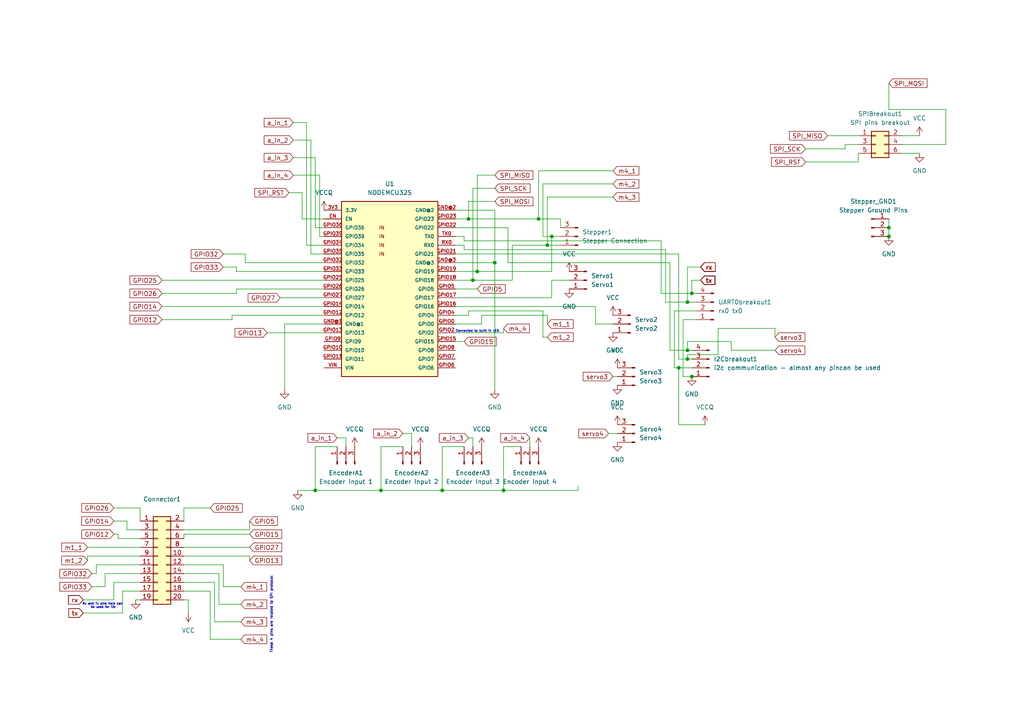
<source format=kicad_sch>
(kicad_sch (version 20231120) (generator "eeschema") (generator_version "8.0")
  (paper "A4")
  (lib_symbols
    (symbol "Connector:Conn_01x03_Pin" (pin_names (offset 1.016) hide)
      (property "Reference" "J" (at 0 5.08 0))
      (property "Value" "Conn_01x03_Pin" (at 0 -5.08 0))
      (symbol "Conn_01x03_Pin_1_1"
        (polyline (pts (xy 1.27 -2.54) (xy 0.8636 -2.54)) (stroke (width 0.1524)))
        (polyline (pts (xy 1.27 0) (xy 0.8636 0)) (stroke (width 0.1524)))
        (polyline (pts (xy 1.27 2.54) (xy 0.8636 2.54)) (stroke (width 0.1524)))
        (rectangle (start 0.8636 -2.413) (end 0 -2.667) (stroke (width 0.1524)) (fill (type outline)))
        (rectangle (start 0.8636 0.127) (end 0 -0.127) (stroke (width 0.1524)) (fill (type outline)))
        (rectangle (start 0.8636 2.667) (end 0 2.413) (stroke (width 0.1524)) (fill (type outline)))
        (pin passive line (at 5.08 2.54 180) (length 3.81) (name "Pin_1") (number "1"))
        (pin passive line (at 5.08 0 180) (length 3.81) (name "Pin_2") (number "2"))
        (pin passive line (at 5.08 -2.54 180) (length 3.81) (name "Pin_3") (number "3"))
      )
    )
    (symbol "Connector:Conn_01x04_Pin" (pin_names (offset 1.016) hide)
      (property "Reference" "J" (at 0 5.08 0))
      (property "Value" "Conn_01x04_Pin" (at 0 -7.62 0))
      (symbol "Conn_01x04_Pin_1_1"
        (polyline (pts (xy 1.27 -5.08) (xy 0.8636 -5.08)) (stroke (width 0.1524)))
        (polyline (pts (xy 1.27 -2.54) (xy 0.8636 -2.54)) (stroke (width 0.1524)))
        (polyline (pts (xy 1.27 0) (xy 0.8636 0)) (stroke (width 0.1524)))
        (polyline (pts (xy 1.27 2.54) (xy 0.8636 2.54)) (stroke (width 0.1524)))
        (rectangle (start 0.8636 -4.953) (end 0 -5.207) (stroke (width 0.1524)) (fill (type outline)))
        (rectangle (start 0.8636 -2.413) (end 0 -2.667) (stroke (width 0.1524)) (fill (type outline)))
        (rectangle (start 0.8636 0.127) (end 0 -0.127) (stroke (width 0.1524)) (fill (type outline)))
        (rectangle (start 0.8636 2.667) (end 0 2.413) (stroke (width 0.1524)) (fill (type outline)))
        (pin passive line (at 5.08 2.54 180) (length 3.81) (name "Pin_1") (number "1"))
        (pin passive line (at 5.08 0 180) (length 3.81) (name "Pin_2") (number "2"))
        (pin passive line (at 5.08 -2.54 180) (length 3.81) (name "Pin_3") (number "3"))
        (pin passive line (at 5.08 -5.08 180) (length 3.81) (name "Pin_4") (number "4"))
      )
    )
    (symbol "Connector_Generic:Conn_02x03_Odd_Even" (pin_names (offset 1.016) hide)
      (property "Reference" "J" (at 1.27 5.08 0))
      (property "Value" "Conn_02x03_Odd_Even" (at 1.27 -5.08 0))
      (symbol "Conn_02x03_Odd_Even_1_1"
        (rectangle (start -1.27 -2.413) (end 0 -2.667) (stroke (width 0.1524)))
        (rectangle (start -1.27 0.127) (end 0 -0.127) (stroke (width 0.1524)))
        (rectangle (start -1.27 2.667) (end 0 2.413) (stroke (width 0.1524)))
        (rectangle (start -1.27 3.81) (end 3.81 -3.81) (stroke (width 0.254)) (fill (type background)))
        (rectangle (start 3.81 -2.413) (end 2.54 -2.667) (stroke (width 0.1524)))
        (rectangle (start 3.81 0.127) (end 2.54 -0.127) (stroke (width 0.1524)))
        (rectangle (start 3.81 2.667) (end 2.54 2.413) (stroke (width 0.1524)))
        (pin passive line (at -5.08 2.54 0) (length 3.81) (name "Pin_1") (number "1"))
        (pin passive line (at 7.62 2.54 180) (length 3.81) (name "Pin_2") (number "2"))
        (pin passive line (at -5.08 0 0) (length 3.81) (name "Pin_3") (number "3"))
        (pin passive line (at 7.62 0 180) (length 3.81) (name "Pin_4") (number "4"))
        (pin passive line (at -5.08 -2.54 0) (length 3.81) (name "Pin_5") (number "5"))
        (pin passive line (at 7.62 -2.54 180) (length 3.81) (name "Pin_6") (number "6"))
      )
    )
    (symbol "Connector_Generic:Conn_02x10_Odd_Even" (pin_names (offset 1.016) hide)
      (property "Reference" "J" (at 1.27 12.7 0))
      (property "Value" "Conn_02x10_Odd_Even" (at 1.27 -15.24 0))
      (symbol "Conn_02x10_Odd_Even_1_1"
        (rectangle (start -1.27 -12.573) (end 0 -12.827) (stroke (width 0.1524)))
        (rectangle (start -1.27 -10.033) (end 0 -10.287) (stroke (width 0.1524)))
        (rectangle (start -1.27 -7.493) (end 0 -7.747) (stroke (width 0.1524)))
        (rectangle (start -1.27 -4.953) (end 0 -5.207) (stroke (width 0.1524)))
        (rectangle (start -1.27 -2.413) (end 0 -2.667) (stroke (width 0.1524)))
        (rectangle (start -1.27 0.127) (end 0 -0.127) (stroke (width 0.1524)))
        (rectangle (start -1.27 2.667) (end 0 2.413) (stroke (width 0.1524)))
        (rectangle (start -1.27 5.207) (end 0 4.953) (stroke (width 0.1524)))
        (rectangle (start -1.27 7.747) (end 0 7.493) (stroke (width 0.1524)))
        (rectangle (start -1.27 10.287) (end 0 10.033) (stroke (width 0.1524)))
        (rectangle (start -1.27 11.43) (end 3.81 -13.97) (stroke (width 0.254)) (fill (type background)))
        (rectangle (start 3.81 -12.573) (end 2.54 -12.827) (stroke (width 0.1524)))
        (rectangle (start 3.81 -10.033) (end 2.54 -10.287) (stroke (width 0.1524)))
        (rectangle (start 3.81 -7.493) (end 2.54 -7.747) (stroke (width 0.1524)))
        (rectangle (start 3.81 -4.953) (end 2.54 -5.207) (stroke (width 0.1524)))
        (rectangle (start 3.81 -2.413) (end 2.54 -2.667) (stroke (width 0.1524)))
        (rectangle (start 3.81 0.127) (end 2.54 -0.127) (stroke (width 0.1524)))
        (rectangle (start 3.81 2.667) (end 2.54 2.413) (stroke (width 0.1524)))
        (rectangle (start 3.81 5.207) (end 2.54 4.953) (stroke (width 0.1524)))
        (rectangle (start 3.81 7.747) (end 2.54 7.493) (stroke (width 0.1524)))
        (rectangle (start 3.81 10.287) (end 2.54 10.033) (stroke (width 0.1524)))
        (pin passive line (at -5.08 10.16 0) (length 3.81) (name "Pin_1") (number "1"))
        (pin passive line (at 7.62 0 180) (length 3.81) (name "Pin_10") (number "10"))
        (pin passive line (at -5.08 -2.54 0) (length 3.81) (name "Pin_11") (number "11"))
        (pin passive line (at 7.62 -2.54 180) (length 3.81) (name "Pin_12") (number "12"))
        (pin passive line (at -5.08 -5.08 0) (length 3.81) (name "Pin_13") (number "13"))
        (pin passive line (at 7.62 -5.08 180) (length 3.81) (name "Pin_14") (number "14"))
        (pin passive line (at -5.08 -7.62 0) (length 3.81) (name "Pin_15") (number "15"))
        (pin passive line (at 7.62 -7.62 180) (length 3.81) (name "Pin_16") (number "16"))
        (pin passive line (at -5.08 -10.16 0) (length 3.81) (name "Pin_17") (number "17"))
        (pin passive line (at 7.62 -10.16 180) (length 3.81) (name "Pin_18") (number "18"))
        (pin passive line (at -5.08 -12.7 0) (length 3.81) (name "Pin_19") (number "19"))
        (pin passive line (at 7.62 10.16 180) (length 3.81) (name "Pin_2") (number "2"))
        (pin passive line (at 7.62 -12.7 180) (length 3.81) (name "Pin_20") (number "20"))
        (pin passive line (at -5.08 7.62 0) (length 3.81) (name "Pin_3") (number "3"))
        (pin passive line (at 7.62 7.62 180) (length 3.81) (name "Pin_4") (number "4"))
        (pin passive line (at -5.08 5.08 0) (length 3.81) (name "Pin_5") (number "5"))
        (pin passive line (at 7.62 5.08 180) (length 3.81) (name "Pin_6") (number "6"))
        (pin passive line (at -5.08 2.54 0) (length 3.81) (name "Pin_7") (number "7"))
        (pin passive line (at 7.62 2.54 180) (length 3.81) (name "Pin_8") (number "8"))
        (pin passive line (at -5.08 0 0) (length 3.81) (name "Pin_9") (number "9"))
      )
    )
    (symbol "GND_1" (power) (pin_numbers hide) (pin_names (offset 0) hide)
      (property "Value" "GND" (at 0 -3.81 0))
      (symbol "GND_1_0_1"
        (polyline (pts (xy 0 0) (xy 0 -1.27) (xy 1.27 -1.27) (xy 0 -2.54) (xy -1.27 -1.27) (xy 0 -1.27)))
      )
      (symbol "GND_1_1_1"
        (pin power_in line (at 0 0 270) (length 0) (name "~") (number "1"))
      )
    )
    (symbol "NODEMCU32S:NODEMCU32S" (pin_names (offset 1.016))
      (property "Reference" "U" (at -12.7 22.86 0))
      (property "Value" "NODEMCU32S" (at -12.7 -30.48 0))
      (symbol "NODEMCU32S_0_0"
        (rectangle (start -12.7 -27.94) (end 15.24 22.86) (stroke (width 0.254)) (fill (type background)))
        (text "IN" (at -1.905 7.62 0) (effects (font (size 1.016 1.016)) (justify left)))
        (text "IN" (at -1.905 10.16 0) (effects (font (size 1.016 1.016)) (justify left)))
        (text "IN" (at -1.905 12.7 0) (effects (font (size 1.016 1.016)) (justify left)))
        (text "IN" (at -1.905 15.24 0) (effects (font (size 1.016 1.016)) (justify left)))
        (pin bidirectional line (at -17.78 20.32 0) (length 5.08) (name "3.3V") (number "3V3"))
        (pin bidirectional line (at -17.78 17.78 0) (length 5.08) (name "EN") (number "EN"))
        (pin bidirectional line (at -17.78 -12.7 0) (length 5.08) (name "GND@1") (number "GND@1"))
        (pin bidirectional line (at 20.32 20.32 180) (length 5.08) (name "GND@2") (number "GND@2"))
        (pin bidirectional line (at 20.32 5.08 180) (length 5.08) (name "GND@3") (number "GND@3"))
        (pin bidirectional line (at 20.32 -12.7 180) (length 5.08) (name "GPIO0") (number "GPIO0"))
        (pin bidirectional line (at -17.78 -20.32 0) (length 5.08) (name "GPIO10") (number "GPIO10"))
        (pin bidirectional line (at -17.78 -22.86 0) (length 5.08) (name "GPIO11") (number "GPIO11"))
        (pin bidirectional line (at -17.78 -10.16 0) (length 5.08) (name "GPIO12") (number "GPIO12"))
        (pin bidirectional line (at -17.78 -15.24 0) (length 5.08) (name "GPIO13") (number "GPIO13"))
        (pin bidirectional line (at -17.78 -7.62 0) (length 5.08) (name "GPIO14") (number "GPIO14"))
        (pin bidirectional line (at 20.32 -17.78 180) (length 5.08) (name "GPIO15") (number "GPIO15"))
        (pin bidirectional line (at 20.32 -7.62 180) (length 5.08) (name "GPIO16") (number "GPIO16"))
        (pin bidirectional line (at 20.32 -5.08 180) (length 5.08) (name "GPIO17") (number "GPIO17"))
        (pin bidirectional line (at 20.32 0 180) (length 5.08) (name "GPIO18") (number "GPIO18"))
        (pin bidirectional line (at 20.32 2.54 180) (length 5.08) (name "GPIO19") (number "GPIO19"))
        (pin bidirectional line (at 20.32 -15.24 180) (length 5.08) (name "GPIO2") (number "GPIO2"))
        (pin bidirectional line (at 20.32 7.62 180) (length 5.08) (name "GPIO21") (number "GPIO21"))
        (pin bidirectional line (at 20.32 15.24 180) (length 5.08) (name "GPIO22") (number "GPIO22"))
        (pin bidirectional line (at 20.32 17.78 180) (length 5.08) (name "GPIO23") (number "GPIO23"))
        (pin bidirectional line (at -17.78 0 0) (length 5.08) (name "GPIO25") (number "GPIO25"))
        (pin bidirectional line (at -17.78 -2.54 0) (length 5.08) (name "GPIO26") (number "GPIO26"))
        (pin bidirectional line (at -17.78 -5.08 0) (length 5.08) (name "GPIO27") (number "GPIO27"))
        (pin bidirectional line (at -17.78 5.08 0) (length 5.08) (name "GPIO32") (number "GPIO32"))
        (pin bidirectional line (at -17.78 2.54 0) (length 5.08) (name "GPIO33") (number "GPIO33"))
        (pin input line (at -17.78 10.16 0) (length 5.08) (name "GPIO34") (number "GPIO34"))
        (pin input line (at -17.78 7.62 0) (length 5.08) (name "GPIO35") (number "GPIO35"))
        (pin input line (at -17.78 15.24 0) (length 5.08) (name "GPIO36") (number "GPIO36"))
        (pin input line (at -17.78 12.7 0) (length 5.08) (name "GPIO39") (number "GPIO39"))
        (pin bidirectional line (at 20.32 -10.16 180) (length 5.08) (name "GPIO4") (number "GPIO4"))
        (pin bidirectional line (at 20.32 -2.54 180) (length 5.08) (name "GPIO5") (number "GPIO5"))
        (pin bidirectional line (at 20.32 -25.4 180) (length 5.08) (name "GPIO6") (number "GPIO6"))
        (pin bidirectional line (at 20.32 -22.86 180) (length 5.08) (name "GPIO7") (number "GPIO7"))
        (pin bidirectional line (at 20.32 -20.32 180) (length 5.08) (name "GPIO8") (number "GPIO8"))
        (pin bidirectional line (at -17.78 -17.78 0) (length 5.08) (name "GPIO9") (number "GPIO9"))
        (pin bidirectional line (at 20.32 10.16 180) (length 5.08) (name "RX0") (number "RX0"))
        (pin bidirectional line (at 20.32 12.7 180) (length 5.08) (name "TX0") (number "TX0"))
        (pin bidirectional line (at -17.78 -25.4 0) (length 5.08) (name "VIN") (number "VIN"))
      )
    )
    (symbol "VCC_1" (power) (pin_numbers hide) (pin_names (offset 0) hide)
      (property "Value" "VCC" (at 0 3.556 0))
      (symbol "VCC_1_0_1"
        (polyline (pts (xy -0.762 1.27) (xy 0 2.54)))
        (polyline (pts (xy 0 0) (xy 0 2.54)))
        (polyline (pts (xy 0 2.54) (xy 0.762 1.27)))
      )
      (symbol "VCC_1_1_1"
        (pin power_in line (at 0 0 90) (length 0) (name "~") (number "1"))
      )
    )
    (symbol "power:GND" (power) (pin_names (offset 0))
      (property "Value" "GND" (at 0 -3.81 0))
      (symbol "GND_0_1"
        (polyline (pts (xy 0 0) (xy 0 -1.27) (xy 1.27 -1.27) (xy 0 -2.54) (xy -1.27 -1.27) (xy 0 -1.27)))
      )
      (symbol "GND_1_1"
        (pin power_in line (at 0 0 270) (length 0) hide (name "GND") (number "1"))
      )
    )
    (symbol "power:VCC" (power) (pin_names (offset 0))
      (property "Value" "VCC" (at 0 3.81 0))
      (symbol "VCC_0_1"
        (polyline (pts (xy -0.762 1.27) (xy 0 2.54)))
        (polyline (pts (xy 0 0) (xy 0 2.54)))
        (polyline (pts (xy 0 2.54) (xy 0.762 1.27)))
      )
      (symbol "VCC_1_1"
        (pin power_in line (at 0 0 90) (length 0) hide (name "VCC") (number "1"))
      )
    )
    (symbol "power:VCCQ" (power) (pin_names (offset 0))
      (property "Value" "VCCQ" (at 0 3.81 0))
      (symbol "VCCQ_0_1"
        (polyline (pts (xy -0.762 1.27) (xy 0 2.54)))
        (polyline (pts (xy 0 0) (xy 0 2.54)))
        (polyline (pts (xy 0 2.54) (xy 0.762 1.27)))
      )
      (symbol "VCCQ_1_1"
        (pin power_in line (at 0 0 90) (length 0) hide (name "VCCQ") (number "1"))
      )
    )
  )
  (junction (at 196.85 106.68))
  (junction (at 200.66 109.22))
  (junction (at 158.75 71.12))
  (junction (at 257.81 66.04))
  (junction (at 199.39 87.63))
  (junction (at 200.66 85.09))
  (junction (at 91.44 142.24))
  (junction (at 257.81 68.58))
  (junction (at 143.51 76.2))
  (junction (at 137.16 81.28))
  (junction (at 156.21 63.5))
  (junction (at 160.02 68.58))
  (junction (at 138.43 78.74))
  (junction (at 146.05 142.24))
  (junction (at 199.39 101.6))
  (junction (at 110.49 142.24))
  (junction (at 135.89 63.5))
  (junction (at 128.27 142.24))
  (junction (at 199.39 104.14))
  (wire (pts (xy 261.62 39.37) (xy 266.7 39.37)))
  (wire (pts (xy 64.77 163.83) (xy 53.34 163.83)))
  (wire (pts (xy 33.02 168.91) (xy 40.64 168.91)))
  (wire (pts (xy 40.64 161.29) (xy 25.4 161.29)))
  (wire (pts (xy 90.17 73.66) (xy 93.98 73.66)))
  (wire (pts (xy 85.09 45.72) (xy 91.44 45.72)))
  (wire (pts (xy 116.84 129.54) (xy 110.49 129.54)))
  (wire (pts (xy 143.51 50.8) (xy 138.43 50.8)))
  (wire (pts (xy 132.08 88.9) (xy 172.72 88.9)))
  (wire (pts (xy 24.13 173.99) (xy 33.02 173.99)))
  (wire (pts (xy 100.33 127) (xy 100.33 129.54)))
  (wire (pts (xy 158.75 57.15) (xy 158.75 71.12)))
  (wire (pts (xy 198.12 92.71) (xy 198.12 109.22)))
  (wire (pts (xy 67.31 92.71) (xy 46.99 92.71)))
  (wire (pts (xy 195.58 90.17) (xy 195.58 106.68)))
  (wire (pts (xy 135.89 127) (xy 137.16 127)))
  (wire (pts (xy 93.98 78.74) (xy 68.58 78.74)))
  (wire (pts (xy 87.63 63.5) (xy 93.98 63.5)))
  (wire (pts (xy 128.27 142.24) (xy 146.05 142.24)))
  (wire (pts (xy 53.34 158.75) (xy 72.39 158.75)))
  (wire (pts (xy 64.77 77.47) (xy 68.58 77.47)))
  (wire (pts (xy 135.89 63.5) (xy 156.21 63.5)))
  (wire (pts (xy 199.39 102.87) (xy 199.39 104.14)))
  (wire (pts (xy 158.75 71.12) (xy 148.59 71.12)))
  (wire (pts (xy 194.31 101.6) (xy 194.31 76.2)))
  (wire (pts (xy 245.11 43.18) (xy 245.11 41.91)))
  (wire (pts (xy 88.9 35.56) (xy 88.9 71.12)))
  (wire (pts (xy 71.12 76.2) (xy 93.98 76.2)))
  (wire (pts (xy 160.02 68.58) (xy 162.56 68.58)))
  (wire (pts (xy 39.37 173.99) (xy 40.64 173.99)))
  (wire (pts (xy 274.32 41.91) (xy 261.62 41.91)))
  (wire (pts (xy 91.44 45.72) (xy 91.44 66.04)))
  (wire (pts (xy 177.8 49.53) (xy 156.21 49.53)))
  (wire (pts (xy 77.47 96.52) (xy 93.98 96.52)))
  (wire (pts (xy 172.72 93.98) (xy 177.8 93.98)))
  (wire (pts (xy 83.82 55.88) (xy 87.63 55.88)))
  (wire (pts (xy 153.67 127) (xy 153.67 129.54)))
  (wire (pts (xy 93.98 91.44) (xy 67.31 91.44)))
  (wire (pts (xy 132.08 86.36) (xy 160.02 86.36)))
  (wire (pts (xy 53.34 153.67) (xy 72.39 153.67)))
  (wire (pts (xy 46.99 88.9) (xy 93.98 88.9)))
  (wire (pts (xy 53.34 161.29) (xy 72.39 161.29)))
  (wire (pts (xy 91.44 66.04) (xy 93.98 66.04)))
  (wire (pts (xy 158.75 91.44) (xy 158.75 93.98)))
  (wire (pts (xy 245.11 41.91) (xy 248.92 41.91)))
  (wire (pts (xy 62.23 180.34) (xy 62.23 168.91)))
  (wire (pts (xy 132.08 63.5) (xy 135.89 63.5)))
  (wire (pts (xy 191.77 69.85) (xy 134.62 69.85)))
  (wire (pts (xy 132.08 78.74) (xy 138.43 78.74)))
  (wire (pts (xy 34.29 154.94) (xy 33.02 154.94)))
  (wire (pts (xy 135.89 91.44) (xy 135.89 90.17)))
  (wire (pts (xy 201.93 87.63) (xy 199.39 87.63)))
  (wire (pts (xy 40.64 147.32) (xy 33.02 147.32)))
  (wire (pts (xy 160.02 81.28) (xy 165.1 81.28)))
  (wire (pts (xy 274.32 31.75) (xy 274.32 41.91)))
  (wire (pts (xy 132.08 81.28) (xy 137.16 81.28)))
  (wire (pts (xy 72.39 154.94) (xy 53.34 154.94)))
  (wire (pts (xy 81.28 86.36) (xy 93.98 86.36)))
  (wire (pts (xy 68.58 77.47) (xy 68.58 78.74)))
  (wire (pts (xy 60.96 185.42) (xy 69.85 185.42)))
  (wire (pts (xy 134.62 69.85) (xy 134.62 68.58)))
  (wire (pts (xy 156.21 49.53) (xy 156.21 63.5)))
  (wire (pts (xy 160.02 86.36) (xy 160.02 81.28)))
  (wire (pts (xy 88.9 71.12) (xy 93.98 71.12)))
  (wire (pts (xy 53.34 151.13) (xy 53.34 147.32)))
  (wire (pts (xy 196.85 73.66) (xy 196.85 104.14)))
  (wire (pts (xy 40.64 171.45) (xy 35.56 171.45)))
  (wire (pts (xy 30.48 170.18) (xy 30.48 166.37)))
  (wire (pts (xy 199.39 87.63) (xy 193.04 87.63)))
  (wire (pts (xy 132.08 76.2) (xy 143.51 76.2)))
  (wire (pts (xy 33.02 173.99) (xy 33.02 168.91)))
  (wire (pts (xy 116.84 125.73) (xy 119.38 125.73)))
  (wire (pts (xy 177.8 109.22) (xy 179.07 109.22)))
  (wire (pts (xy 26.67 170.18) (xy 30.48 170.18)))
  (wire (pts (xy 119.38 125.73) (xy 119.38 129.54)))
  (wire (pts (xy 90.17 40.64) (xy 90.17 73.66)))
  (wire (pts (xy 132.08 96.52) (xy 146.05 96.52)))
  (wire (pts (xy 93.98 83.82) (xy 68.58 83.82)))
  (wire (pts (xy 199.39 104.14) (xy 200.66 104.14)))
  (wire (pts (xy 34.29 156.21) (xy 34.29 154.94)))
  (wire (pts (xy 30.48 166.37) (xy 40.64 166.37)))
  (wire (pts (xy 157.48 68.58) (xy 160.02 68.58)))
  (wire (pts (xy 53.34 147.32) (xy 60.96 147.32)))
  (wire (pts (xy 212.09 99.06) (xy 199.39 99.06)))
  (wire (pts (xy 177.8 53.34) (xy 157.48 53.34)))
  (wire (pts (xy 97.79 127) (xy 100.33 127)))
  (wire (pts (xy 257.81 63.5) (xy 257.81 66.04)))
  (wire (pts (xy 69.85 180.34) (xy 62.23 180.34)))
  (wire (pts (xy 224.79 97.79) (xy 224.79 95.25)))
  (wire (pts (xy 85.09 50.8) (xy 92.71 50.8)))
  (wire (pts (xy 40.64 156.21) (xy 34.29 156.21)))
  (wire (pts (xy 35.56 171.45) (xy 35.56 177.8)))
  (wire (pts (xy 257.81 31.75) (xy 274.32 31.75)))
  (wire (pts (xy 194.31 76.2) (xy 147.32 76.2)))
  (wire (pts (xy 203.2 81.28) (xy 200.66 81.28)))
  (wire (pts (xy 68.58 85.09) (xy 68.58 83.82)))
  (wire (pts (xy 139.7 91.44) (xy 158.75 91.44)))
  (wire (pts (xy 146.05 142.24) (xy 167.64 142.24)))
  (wire (pts (xy 137.16 127) (xy 137.16 129.54)))
  (wire (pts (xy 233.68 43.18) (xy 245.11 43.18)))
  (wire (pts (xy 248.92 46.99) (xy 248.92 44.45)))
  (wire (pts (xy 193.04 87.63) (xy 193.04 72.39)))
  (wire (pts (xy 63.5 175.26) (xy 69.85 175.26)))
  (wire (pts (xy 25.4 158.75) (xy 40.64 158.75)))
  (wire (pts (xy 92.71 68.58) (xy 93.98 68.58)))
  (wire (pts (xy 97.79 129.54) (xy 91.44 129.54)))
  (wire (pts (xy 24.13 177.8) (xy 35.56 177.8)))
  (wire (pts (xy 27.94 166.37) (xy 26.67 166.37)))
  (wire (pts (xy 143.51 60.96) (xy 143.51 76.2)))
  (wire (pts (xy 33.02 151.13) (xy 36.83 151.13)))
  (wire (pts (xy 160.02 78.74) (xy 160.02 68.58)))
  (wire (pts (xy 148.59 71.12) (xy 148.59 81.28)))
  (wire (pts (xy 134.62 68.58) (xy 132.08 68.58)))
  (wire (pts (xy 46.99 81.28) (xy 93.98 81.28)))
  (wire (pts (xy 172.72 88.9) (xy 172.72 93.98)))
  (wire (pts (xy 233.68 46.99) (xy 248.92 46.99)))
  (wire (pts (xy 71.12 73.66) (xy 71.12 76.2)))
  (wire (pts (xy 193.04 72.39) (xy 134.62 72.39)))
  (wire (pts (xy 143.51 54.61) (xy 137.16 54.61)))
  (wire (pts (xy 196.85 106.68) (xy 200.66 106.68)))
  (wire (pts (xy 82.55 93.98) (xy 93.98 93.98)))
  (wire (pts (xy 53.34 154.94) (xy 53.34 156.21)))
  (wire (pts (xy 167.64 140.97) (xy 167.64 142.24)))
  (wire (pts (xy 139.7 93.98) (xy 139.7 91.44)))
  (wire (pts (xy 240.03 39.37) (xy 248.92 39.37)))
  (wire (pts (xy 27.94 163.83) (xy 27.94 166.37)))
  (wire (pts (xy 162.56 63.5) (xy 162.56 66.04)))
  (wire (pts (xy 201.93 90.17) (xy 195.58 90.17)))
  (wire (pts (xy 199.39 101.6) (xy 194.31 101.6)))
  (wire (pts (xy 53.34 166.37) (xy 63.5 166.37)))
  (wire (pts (xy 261.62 44.45) (xy 266.7 44.45)))
  (wire (pts (xy 68.58 85.09) (xy 46.99 85.09)))
  (wire (pts (xy 134.62 71.12) (xy 132.08 71.12)))
  (wire (pts (xy 62.23 168.91) (xy 53.34 168.91)))
  (wire (pts (xy 191.77 85.09) (xy 191.77 69.85)))
  (wire (pts (xy 72.39 161.29) (xy 72.39 162.56)))
  (wire (pts (xy 69.85 170.18) (xy 64.77 170.18)))
  (wire (pts (xy 64.77 170.18) (xy 64.77 163.83)))
  (wire (pts (xy 134.62 129.54) (xy 128.27 129.54)))
  (wire (pts (xy 60.96 171.45) (xy 60.96 185.42)))
  (wire (pts (xy 132.08 83.82) (xy 138.43 83.82)))
  (wire (pts (xy 135.89 58.42) (xy 135.89 63.5)))
  (wire (pts (xy 132.08 73.66) (xy 196.85 73.66)))
  (wire (pts (xy 87.63 55.88) (xy 87.63 63.5)))
  (wire (pts (xy 201.93 85.09) (xy 200.66 85.09)))
  (wire (pts (xy 199.39 77.47) (xy 203.2 77.47)))
  (wire (pts (xy 91.44 129.54) (xy 91.44 142.24)))
  (wire (pts (xy 63.5 166.37) (xy 63.5 175.26)))
  (wire (pts (xy 86.36 142.24) (xy 91.44 142.24)))
  (wire (pts (xy 157.48 97.79) (xy 158.75 97.79)))
  (wire (pts (xy 143.51 76.2) (xy 143.51 113.03)))
  (wire (pts (xy 200.66 81.28) (xy 200.66 85.09)))
  (wire (pts (xy 138.43 50.8) (xy 138.43 78.74)))
  (wire (pts (xy 82.55 113.03) (xy 82.55 93.98)))
  (wire (pts (xy 132.08 93.98) (xy 139.7 93.98)))
  (wire (pts (xy 257.81 24.13) (xy 257.81 31.75)))
  (wire (pts (xy 138.43 78.74) (xy 160.02 78.74)))
  (wire (pts (xy 147.32 76.2) (xy 147.32 66.04)))
  (wire (pts (xy 204.47 123.19) (xy 196.85 123.19)))
  (wire (pts (xy 143.51 58.42) (xy 135.89 58.42)))
  (wire (pts (xy 199.39 99.06) (xy 199.39 101.6)))
  (wire (pts (xy 36.83 151.13) (xy 36.83 153.67)))
  (wire (pts (xy 208.28 102.87) (xy 199.39 102.87)))
  (wire (pts (xy 67.31 91.44) (xy 67.31 92.71)))
  (wire (pts (xy 147.32 66.04) (xy 132.08 66.04)))
  (wire (pts (xy 110.49 129.54) (xy 110.49 142.24)))
  (wire (pts (xy 199.39 87.63) (xy 199.39 77.47)))
  (wire (pts (xy 91.44 142.24) (xy 110.49 142.24)))
  (wire (pts (xy 36.83 153.67) (xy 40.64 153.67)))
  (wire (pts (xy 224.79 95.25) (xy 208.28 95.25)))
  (wire (pts (xy 201.93 92.71) (xy 198.12 92.71)))
  (wire (pts (xy 148.59 81.28) (xy 137.16 81.28)))
  (wire (pts (xy 156.21 63.5) (xy 162.56 63.5)))
  (wire (pts (xy 92.71 50.8) (xy 92.71 68.58)))
  (wire (pts (xy 25.4 161.29) (xy 25.4 162.56)))
  (wire (pts (xy 198.12 109.22) (xy 200.66 109.22)))
  (wire (pts (xy 110.49 142.24) (xy 128.27 142.24)))
  (wire (pts (xy 72.39 153.67) (xy 72.39 151.13)))
  (wire (pts (xy 40.64 151.13) (xy 40.64 147.32)))
  (wire (pts (xy 200.66 101.6) (xy 199.39 101.6)))
  (wire (pts (xy 212.09 101.6) (xy 212.09 99.06)))
  (wire (pts (xy 85.09 35.56) (xy 88.9 35.56)))
  (wire (pts (xy 54.61 173.99) (xy 53.34 173.99)))
  (wire (pts (xy 53.34 171.45) (xy 60.96 171.45)))
  (wire (pts (xy 200.66 85.09) (xy 191.77 85.09)))
  (wire (pts (xy 64.77 73.66) (xy 71.12 73.66)))
  (wire (pts (xy 54.61 177.8) (xy 54.61 173.99)))
  (wire (pts (xy 132.08 91.44) (xy 135.89 91.44)))
  (wire (pts (xy 85.09 40.64) (xy 90.17 40.64)))
  (wire (pts (xy 196.85 123.19) (xy 196.85 106.68)))
  (wire (pts (xy 162.56 71.12) (xy 158.75 71.12)))
  (wire (pts (xy 135.89 90.17) (xy 157.48 90.17)))
  (wire (pts (xy 157.48 53.34) (xy 157.48 68.58)))
  (wire (pts (xy 146.05 96.52) (xy 146.05 95.25)))
  (wire (pts (xy 157.48 90.17) (xy 157.48 97.79)))
  (wire (pts (xy 151.13 129.54) (xy 146.05 129.54)))
  (wire (pts (xy 40.64 163.83) (xy 27.94 163.83)))
  (wire (pts (xy 128.27 129.54) (xy 128.27 142.24)))
  (wire (pts (xy 195.58 106.68) (xy 196.85 106.68)))
  (wire (pts (xy 176.53 125.73) (xy 179.07 125.73)))
  (wire (pts (xy 208.28 95.25) (xy 208.28 102.87)))
  (wire (pts (xy 146.05 129.54) (xy 146.05 142.24)))
  (wire (pts (xy 134.62 72.39) (xy 134.62 71.12)))
  (wire (pts (xy 134.62 99.06) (xy 132.08 99.06)))
  (wire (pts (xy 224.79 101.6) (xy 212.09 101.6)))
  (wire (pts (xy 177.8 57.15) (xy 158.75 57.15)))
  (wire (pts (xy 132.08 60.96) (xy 143.51 60.96)))
  (wire (pts (xy 196.85 104.14) (xy 199.39 104.14)))
  (wire (pts (xy 257.81 66.04) (xy 257.81 68.58)))
  (wire (pts (xy 137.16 54.61) (xy 137.16 81.28)))
  (text "Connected to built in LED\n" (at 132.08 96.52 0) (effects (font (size 0.635 0.635)) (justify left bottom)))
  (text "Rx and Tx pins here can \nbe used for i2c" (at 29.972 175.768 0) (effects (font (size 0.6096 0.6096))))
  (text "These 4 pins are related to SPI protocol\n" (at 78.74 178.308 90) (effects (font (size 0.7112 0.7112))))
  (global_label "servo4" (shape input) (at 224.79 101.6 0) (property "Intersheetrefs" "${INTERSHEET_REFS}" (effects (hide yes))))
  (global_label "a_in_3" (shape input) (at 85.09 45.72 180) (property "Intersheetrefs" "${INTERSHEET_REFS}" (effects (hide yes))))
  (global_label "GPIO13" (shape input) (at 72.39 162.56 0) (property "Intersheetrefs" "${INTERSHEET_REFS}" (effects (hide yes))))
  (global_label "GPIO26" (shape input) (at 33.02 147.32 180) (property "Intersheetrefs" "${INTERSHEET_REFS}" (effects (hide yes))))
  (global_label "m4_3" (shape input) (at 177.8 57.15 0) (property "Intersheetrefs" "${INTERSHEET_REFS}" (effects (hide yes))))
  (global_label "rx" (shape input) (at 203.2 77.47 0) (property "Intersheetrefs" "${INTERSHEET_REFS}" (effects (hide yes))))
  (global_label "m1_2" (shape input) (at 158.75 97.79 0) (property "Intersheetrefs" "${INTERSHEET_REFS}" (effects (hide yes))))
  (global_label "a_in_1" (shape input) (at 97.79 127 180) (property "Intersheetrefs" "${INTERSHEET_REFS}" (effects (hide yes))))
  (global_label "m1_2" (shape input) (at 25.4 162.56 180) (property "Intersheetrefs" "${INTERSHEET_REFS}" (effects (hide yes))))
  (global_label "SPI_SCK" (shape input) (at 233.68 43.18 180) (property "Intersheetrefs" "${INTERSHEET_REFS}" (effects (hide yes))))
  (global_label "GPIO12" (shape input) (at 33.02 154.94 180) (property "Intersheetrefs" "${INTERSHEET_REFS}" (effects (hide yes))))
  (global_label "m4_1" (shape input) (at 177.8 49.53 0) (property "Intersheetrefs" "${INTERSHEET_REFS}" (effects (hide yes))))
  (global_label "m1_1" (shape input) (at 25.4 158.75 180) (property "Intersheetrefs" "${INTERSHEET_REFS}" (effects (hide yes))))
  (global_label "SPI_RST" (shape input) (at 233.68 46.99 180) (property "Intersheetrefs" "${INTERSHEET_REFS}" (effects (hide yes))))
  (global_label "a_in_2" (shape input) (at 85.09 40.64 180) (property "Intersheetrefs" "${INTERSHEET_REFS}" (effects (hide yes))))
  (global_label "SPI_MOSI" (shape input) (at 143.51 58.42 0) (property "Intersheetrefs" "${INTERSHEET_REFS}" (effects (hide yes))))
  (global_label "m4_4" (shape input) (at 146.05 95.25 0) (property "Intersheetrefs" "${INTERSHEET_REFS}" (effects (hide yes))))
  (global_label "SPI_RST" (shape input) (at 83.82 55.88 180) (property "Intersheetrefs" "${INTERSHEET_REFS}" (effects (hide yes))))
  (global_label "GPIO26" (shape input) (at 46.99 85.09 180) (property "Intersheetrefs" "${INTERSHEET_REFS}" (effects (hide yes))))
  (global_label "a_in_1" (shape input) (at 85.09 35.56 180) (property "Intersheetrefs" "${INTERSHEET_REFS}" (effects (hide yes))))
  (global_label "GPIO5" (shape input) (at 138.43 83.82 0) (property "Intersheetrefs" "${INTERSHEET_REFS}" (effects (hide yes))))
  (global_label "SPI_MISO" (shape input) (at 143.51 50.8 0) (property "Intersheetrefs" "${INTERSHEET_REFS}" (effects (hide yes))))
  (global_label "GPIO32" (shape input) (at 64.77 73.66 180) (property "Intersheetrefs" "${INTERSHEET_REFS}" (effects (hide yes))))
  (global_label "servo3" (shape input) (at 177.8 109.22 180) (property "Intersheetrefs" "${INTERSHEET_REFS}" (effects (hide yes))))
  (global_label "servo3" (shape input) (at 224.79 97.79 0) (property "Intersheetrefs" "${INTERSHEET_REFS}" (effects (hide yes))))
  (global_label "m1_1" (shape input) (at 158.75 93.98 0) (property "Intersheetrefs" "${INTERSHEET_REFS}" (effects (hide yes))))
  (global_label "tx" (shape input) (at 203.2 81.28 0) (property "Intersheetrefs" "${INTERSHEET_REFS}" (effects (hide yes))))
  (global_label "m4_2" (shape input) (at 69.85 175.26 0) (property "Intersheetrefs" "${INTERSHEET_REFS}" (effects (hide yes))))
  (global_label "m4_1" (shape input) (at 69.85 170.18 0) (property "Intersheetrefs" "${INTERSHEET_REFS}" (effects (hide yes))))
  (global_label "SPI_MISO" (shape input) (at 240.03 39.37 180) (property "Intersheetrefs" "${INTERSHEET_REFS}" (effects (hide yes))))
  (global_label "a_in_4" (shape input) (at 85.09 50.8 180) (property "Intersheetrefs" "${INTERSHEET_REFS}" (effects (hide yes))))
  (global_label "tx" (shape input) (at 203.2 81.28 0) (property "Intersheetrefs" "${INTERSHEET_REFS}" (effects (hide yes))))
  (global_label "m4_4" (shape input) (at 69.85 185.42 0) (property "Intersheetrefs" "${INTERSHEET_REFS}" (effects (hide yes))))
  (global_label "GPIO25" (shape input) (at 46.99 81.28 180) (property "Intersheetrefs" "${INTERSHEET_REFS}" (effects (hide yes))))
  (global_label "rx" (shape input) (at 203.2 77.47 0) (property "Intersheetrefs" "${INTERSHEET_REFS}" (effects (hide yes))))
  (global_label "SPI_MOSI" (shape input) (at 257.81 24.13 0) (property "Intersheetrefs" "${INTERSHEET_REFS}" (effects (hide yes))))
  (global_label "GPIO32" (shape input) (at 26.67 166.37 180) (property "Intersheetrefs" "${INTERSHEET_REFS}" (effects (hide yes))))
  (global_label "GPIO33" (shape input) (at 26.67 170.18 180) (property "Intersheetrefs" "${INTERSHEET_REFS}" (effects (hide yes))))
  (global_label "GPIO5" (shape input) (at 72.39 151.13 0) (property "Intersheetrefs" "${INTERSHEET_REFS}" (effects (hide yes))))
  (global_label "a_in_2" (shape input) (at 116.84 125.73 180) (property "Intersheetrefs" "${INTERSHEET_REFS}" (effects (hide yes))))
  (global_label "servo4" (shape input) (at 176.53 125.73 180) (property "Intersheetrefs" "${INTERSHEET_REFS}" (effects (hide yes))))
  (global_label "tx" (shape input) (at 203.2 81.28 0) (property "Intersheetrefs" "${INTERSHEET_REFS}" (effects (hide yes))))
  (global_label "tx" (shape input) (at 24.13 177.8 180) (property "Intersheetrefs" "${INTERSHEET_REFS}" (effects (hide yes))))
  (global_label "tx" (shape input) (at 203.2 81.28 0) (property "Intersheetrefs" "${INTERSHEET_REFS}" (effects (hide yes))))
  (global_label "rx" (shape input) (at 24.13 173.99 180) (property "Intersheetrefs" "${INTERSHEET_REFS}" (effects (hide yes))))
  (global_label "GPIO14" (shape input) (at 46.99 88.9 180) (property "Intersheetrefs" "${INTERSHEET_REFS}" (effects (hide yes))))
  (global_label "GPIO33" (shape input) (at 64.77 77.47 180) (property "Intersheetrefs" "${INTERSHEET_REFS}" (effects (hide yes))))
  (global_label "GPIO12" (shape input) (at 46.99 92.71 180) (property "Intersheetrefs" "${INTERSHEET_REFS}" (effects (hide yes))))
  (global_label "rx" (shape input) (at 203.2 77.47 0) (property "Intersheetrefs" "${INTERSHEET_REFS}" (effects (hide yes))))
  (global_label "m4_2" (shape input) (at 177.8 53.34 0) (property "Intersheetrefs" "${INTERSHEET_REFS}" (effects (hide yes))))
  (global_label "m4_3" (shape input) (at 69.85 180.34 0) (property "Intersheetrefs" "${INTERSHEET_REFS}" (effects (hide yes))))
  (global_label "GPIO13" (shape input) (at 77.47 96.52 180) (property "Intersheetrefs" "${INTERSHEET_REFS}" (effects (hide yes))))
  (global_label "tx" (shape input) (at 24.13 177.8 180) (property "Intersheetrefs" "${INTERSHEET_REFS}" (effects (hide yes))))
  (global_label "rx" (shape input) (at 24.13 173.99 180) (property "Intersheetrefs" "${INTERSHEET_REFS}" (effects (hide yes))))
  (global_label "GPIO25" (shape input) (at 60.96 147.32 0) (property "Intersheetrefs" "${INTERSHEET_REFS}" (effects (hide yes))))
  (global_label "a_in_3" (shape input) (at 135.89 127 180) (property "Intersheetrefs" "${INTERSHEET_REFS}" (effects (hide yes))))
  (global_label "GPIO15" (shape input) (at 134.62 99.06 0) (property "Intersheetrefs" "${INTERSHEET_REFS}" (effects (hide yes))))
  (global_label "GPIO27" (shape input) (at 81.28 86.36 180) (property "Intersheetrefs" "${INTERSHEET_REFS}" (effects (hide yes))))
  (global_label "GPIO27" (shape input) (at 72.39 158.75 0) (property "Intersheetrefs" "${INTERSHEET_REFS}" (effects (hide yes))))
  (global_label "rx" (shape input) (at 203.2 77.47 0) (property "Intersheetrefs" "${INTERSHEET_REFS}" (effects (hide yes))))
  (global_label "SPI_SCK" (shape input) (at 143.51 54.61 0) (property "Intersheetrefs" "${INTERSHEET_REFS}" (effects (hide yes))))
  (global_label "GPIO15" (shape input) (at 72.39 154.94 0) (property "Intersheetrefs" "${INTERSHEET_REFS}" (effects (hide yes))))
  (global_label "GPIO14" (shape input) (at 33.02 151.13 180) (property "Intersheetrefs" "${INTERSHEET_REFS}" (effects (hide yes))))
  (global_label "a_in_4" (shape input) (at 153.67 127 180) (property "Intersheetrefs" "${INTERSHEET_REFS}" (effects (hide yes))))
  (symbol (lib_id "power:VCC") (at 266.7 39.37 0) (unit 1)
    (property "Reference" "#PWR022" (effects (hide yes)))
    (property "Value" "VCC" (at 266.7 34.29 0))
  )
  (symbol (lib_id "power:GND") (at 179.07 111.76 0) (unit 1)
    (property "Reference" "#PWR016" (effects (hide yes)))
    (property "Value" "GND" (at 179.07 116.84 0))
  )
  (symbol (lib_id "power:GND") (at 86.36 142.24 0) (unit 1)
    (property "Reference" "#PWR04" (effects (hide yes)))
    (property "Value" "GND" (at 86.36 147.32 0))
  )
  (symbol (lib_name "VCC_1") (lib_id "power:VCC") (at 54.61 177.8 180) (unit 1)
    (property "Reference" "#PWR02" (effects (hide yes)))
    (property "Value" "VCC" (at 54.61 182.88 0))
    (property "Description" "Power symbol creates a global label with name \"VCC\"" (effects (hide yes)))
  )
  (symbol (lib_id "power:VCCQ") (at 156.21 129.54 0) (unit 1)
    (property "Reference" "#PWR010" (effects (hide yes)))
    (property "Value" "VCCQ" (at 156.21 124.46 0))
  )
  (symbol (lib_id "power:VCCQ") (at 121.92 129.54 0) (unit 1)
    (property "Reference" "#PWR07" (effects (hide yes)))
    (property "Value" "VCCQ" (at 121.92 124.46 0))
  )
  (symbol (lib_id "power:GND") (at 266.7 44.45 0) (unit 1)
    (property "Reference" "#PWR023" (effects (hide yes)))
    (property "Value" "GND" (at 266.7 49.53 0))
  )
  (symbol (lib_id "power:VCCQ") (at 102.87 129.54 0) (unit 1)
    (property "Reference" "#PWR06" (effects (hide yes)))
    (property "Value" "VCCQ" (at 102.87 124.46 0))
  )
  (symbol (lib_id "power:GND") (at 177.8 96.52 0) (unit 1)
    (property "Reference" "#PWR014" (effects (hide yes)))
    (property "Value" "GND" (at 177.8 101.6 0))
  )
  (symbol (lib_id "Connector:Conn_01x03_Pin") (at 182.88 93.98 180) (unit 1)
    (property "Reference" "Servo2" (at 184.15 92.71 0) (effects (justify right)))
    (property "Value" "Servo2" (at 184.15 95.25 0) (effects (justify right)))
    (property "Footprint" "Connector_JST:JST_XH_B3B-XH-A_1x03_P2.50mm_Vertical" (effects (hide yes)))
  )
  (symbol (lib_id "power:VCCQ") (at 93.98 60.96 0) (unit 1)
    (property "Reference" "#PWR05" (effects (hide yes)))
    (property "Value" "VCCQ" (at 93.98 55.88 0))
  )
  (symbol (lib_id "power:VCCQ") (at 204.47 123.19 0) (unit 1)
    (property "Reference" "#PWR020" (effects (hide yes)))
    (property "Value" "VCCQ" (at 204.47 118.11 0))
  )
  (symbol (lib_id "power:VCCQ") (at 139.7 129.54 0) (unit 1)
    (property "Reference" "#PWR08" (effects (hide yes)))
    (property "Value" "VCCQ" (at 139.7 124.46 0))
  )
  (symbol (lib_id "Connector:Conn_01x03_Pin") (at 170.18 81.28 180) (unit 1)
    (property "Reference" "Servo1" (at 171.45 80.01 0) (effects (justify right)))
    (property "Value" "Servo1" (at 171.45 82.55 0) (effects (justify right)))
    (property "Footprint" "Connector_JST:JST_XH_B3B-XH-A_1x03_P2.50mm_Vertical" (effects (hide yes)))
  )
  (symbol (lib_id "power:GND") (at 165.1 83.82 0) (unit 1)
    (property "Reference" "#PWR012" (effects (hide yes)))
    (property "Value" "GND" (at 165.1 88.9 0))
  )
  (symbol (lib_id "Connector_Generic:Conn_02x10_Odd_Even") (at 45.72 161.29 0) (unit 1)
    (property "Reference" "Connector1" (at 46.99 144.78 0))
    (property "Value" "Connector" (effects (hide yes)))
    (property "Footprint" "Connector_PinHeader_2.54mm:PinHeader_2x10_P2.54mm_Horizontal" (effects (hide yes)))
    (property "Description" "Generic connector, double row, 02x10, odd/even pin numbering scheme (row 1 odd numbers, row 2 even numbers), script generated (kicad-library-utils/schlib/autogen/connector/)" (effects (hide yes)))
  )
  (symbol (lib_id "Connector:Conn_01x04_Pin") (at 207.01 90.17 180) (unit 1)
    (property "Reference" "UART0breakout1" (at 208.28 87.63 0) (effects (justify right)))
    (property "Value" "rx0 tx0" (at 208.28 90.17 0) (effects (justify right)))
    (property "Footprint" "Connector_JST:JST_XH_B4B-XH-A_1x04_P2.50mm_Vertical" (effects (hide yes)))
  )
  (symbol (lib_name "GND_1") (lib_id "power:GND") (at 39.37 173.99 0) (unit 1)
    (property "Reference" "#PWR01" (effects (hide yes)))
    (property "Value" "GND" (at 39.37 179.07 0))
    (property "Description" "Power symbol creates a global label with name \"GND\" , ground" (effects (hide yes)))
  )
  (symbol (lib_id "Connector:Conn_01x03_Pin") (at 167.64 68.58 180) (unit 1)
    (property "Reference" "Stepper1" (at 168.91 67.31 0) (effects (justify right)))
    (property "Value" "Stepper Connection" (at 168.91 69.85 0) (effects (justify right)))
    (property "Footprint" "Connector_JST:JST_XH_B3B-XH-A_1x03_P2.50mm_Vertical" (effects (hide yes)))
  )
  (symbol (lib_id "Connector:Conn_01x03_Pin") (at 252.73 66.04 0) (unit 1)
    (property "Reference" "Stepper_GND1" (at 253.365 58.42 0))
    (property "Value" "Stepper Ground Pins" (at 253.365 60.96 0))
    (property "Footprint" "Connector_JST:JST_XH_B3B-XH-A_1x03_P2.50mm_Vertical" (effects (hide yes)))
  )
  (symbol (lib_id "Connector_Generic:Conn_02x03_Odd_Even") (at 254 41.91 0) (unit 1)
    (property "Reference" "SPIBreakout1" (at 255.27 33.02 0))
    (property "Value" "SPI pins breakout" (at 255.27 35.56 0))
    (property "Footprint" "Connector_PinHeader_2.54mm:PinHeader_2x03_P2.54mm_Vertical" (effects (hide yes)))
  )
  (symbol (lib_id "Connector:Conn_01x03_Pin") (at 100.33 134.62 90) (unit 1)
    (property "Reference" "EncoderA1" (at 100.33 137.16 90))
    (property "Value" "Encoder Input 1" (at 100.33 139.7 90))
    (property "Footprint" "Connector_JST:JST_XH_B3B-XH-A_1x03_P2.50mm_Vertical" (effects (hide yes)))
  )
  (symbol (lib_id "power:GND") (at 143.51 113.03 0) (unit 1)
    (property "Reference" "#PWR09" (effects (hide yes)))
    (property "Value" "GND" (at 143.51 118.11 0))
  )
  (symbol (lib_id "power:GND") (at 200.66 109.22 0) (unit 1)
    (property "Reference" "#PWR019" (effects (hide yes)))
    (property "Value" "GND" (at 200.66 114.3 0))
  )
  (symbol (lib_id "power:GND") (at 257.81 68.58 0) (unit 1)
    (property "Reference" "#PWR021" (effects (hide yes)))
    (property "Value" "GND" (at 257.81 73.66 0))
  )
  (symbol (lib_id "power:VCC") (at 177.8 91.44 0) (unit 1)
    (property "Reference" "#PWR013" (effects (hide yes)))
    (property "Value" "VCC" (at 177.8 86.36 0))
  )
  (symbol (lib_id "power:GND") (at 82.55 113.03 0) (unit 1)
    (property "Reference" "#PWR03" (effects (hide yes)))
    (property "Value" "GND" (at 82.55 118.11 0))
  )
  (symbol (lib_id "NODEMCU32S:NODEMCU32S") (at 111.76 81.28 0) (unit 1)
    (property "Reference" "U1" (at 113.03 53.34 0))
    (property "Value" "NODEMCU32S" (at 113.03 55.88 0))
    (property "Footprint" "NODEMCU32S:NODEMCU32S" (effects (hide yes)))
    (property "Description" "\nWIFI MODULE V1\n" (effects (hide yes)))
    (property "MF" "AI-Thinker" (effects (hide yes)))
    (property "Package" "Package" (effects (hide yes)))
    (property "Price" "None" (effects (hide yes)))
    (property "SnapEDA_Link" "https://www.snapeda.com/parts/NODEMCU-32S/AI-Thinker/view-part/?ref=snap" (effects (hide yes)))
    (property "MP" "NODEMCU-32S" (effects (hide yes)))
    (property "Availability" "Not in stock" (effects (hide yes)))
    (property "Check_prices" "https://www.snapeda.com/parts/NODEMCU-32S/AI-Thinker/view-part/?ref=eda" (effects (hide yes)))
  )
  (symbol (lib_id "Connector:Conn_01x03_Pin") (at 137.16 134.62 90) (unit 1)
    (property "Reference" "EncoderA3" (at 137.16 137.16 90))
    (property "Value" "Encoder Input 3" (at 137.16 139.7 90))
    (property "Footprint" "Connector_JST:JST_XH_B3B-XH-A_1x03_P2.50mm_Vertical" (effects (hide yes)))
  )
  (symbol (lib_id "Connector:Conn_01x03_Pin") (at 119.38 134.62 90) (unit 1)
    (property "Reference" "EncoderA2" (at 119.38 137.16 90))
    (property "Value" "Encoder Input 2" (at 119.38 139.7 90))
    (property "Footprint" "Connector_JST:JST_XH_B3B-XH-A_1x03_P2.50mm_Vertical" (effects (hide yes)))
  )
  (symbol (lib_id "power:VCC") (at 165.1 78.74 0) (unit 1)
    (property "Reference" "#PWR011" (effects (hide yes)))
    (property "Value" "VCC" (at 165.1 73.66 0))
  )
  (symbol (lib_id "power:VCC") (at 179.07 123.19 0) (unit 1)
    (property "Reference" "#PWR017" (effects (hide yes)))
    (property "Value" "VCC" (at 179.07 118.11 0))
  )
  (symbol (lib_id "Connector:Conn_01x03_Pin") (at 184.15 125.73 180) (unit 1)
    (property "Reference" "Servo4" (at 185.42 124.46 0) (effects (justify right)))
    (property "Value" "Servo4" (at 185.42 127 0) (effects (justify right)))
    (property "Footprint" "Connector_JST:JST_XH_B3B-XH-A_1x03_P2.50mm_Vertical" (effects (hide yes)))
  )
  (symbol (lib_id "Connector:Conn_01x04_Pin") (at 205.74 106.68 180) (unit 1)
    (property "Reference" "I2Cbreakout1" (at 207.01 104.14 0) (effects (justify right)))
    (property "Value" "i2c communication - almost any pincan be used" (at 207.01 106.68 0) (effects (justify right)))
    (property "Footprint" "Connector_JST:JST_XH_B4B-XH-A_1x04_P2.50mm_Vertical" (effects (hide yes)))
  )
  (symbol (lib_id "Connector:Conn_01x03_Pin") (at 153.67 134.62 90) (unit 1)
    (property "Reference" "EncoderA4" (at 153.67 137.16 90))
    (property "Value" "Encoder Input 4" (at 153.67 139.7 90))
    (property "Footprint" "Connector_JST:JST_XH_B3B-XH-A_1x03_P2.50mm_Vertical" (effects (hide yes)))
  )
  (symbol (lib_id "power:VCC") (at 179.07 106.68 0) (unit 1)
    (property "Reference" "#PWR015" (effects (hide yes)))
    (property "Value" "VCC" (at 179.07 101.6 0))
  )
  (symbol (lib_id "power:GND") (at 179.07 128.27 0) (unit 1)
    (property "Reference" "#PWR018" (effects (hide yes)))
    (property "Value" "GND" (at 179.07 133.35 0))
  )
  (symbol (lib_id "Connector:Conn_01x03_Pin") (at 184.15 109.22 180) (unit 1)
    (property "Reference" "Servo3" (at 185.42 107.95 0) (effects (justify right)))
    (property "Value" "Servo3" (at 185.42 110.49 0) (effects (justify right)))
    (property "Footprint" "Connector_JST:JST_XH_B3B-XH-A_1x03_P2.50mm_Vertical" (effects (hide yes)))
  )
)
</source>
